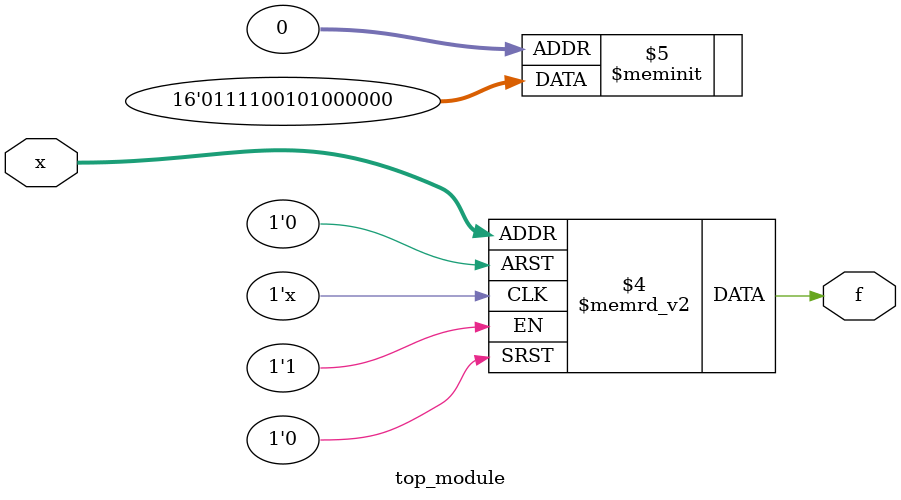
<source format=sv>
module top_module (
    input [4:1] x,
    output logic f
);

    always_comb begin
        case (x)
            4'b0001, 4'b0100, 4'b0111, 4'b1001, 4'b1010, 4'b1111: f = 1'b0;
            4'b0110, 4'b1000, 4'b1011, 4'b1100, 4'b1101, 4'b1110: f = 1'b1;
            default: f = 1'b0;
        endcase
    end

endmodule

</source>
